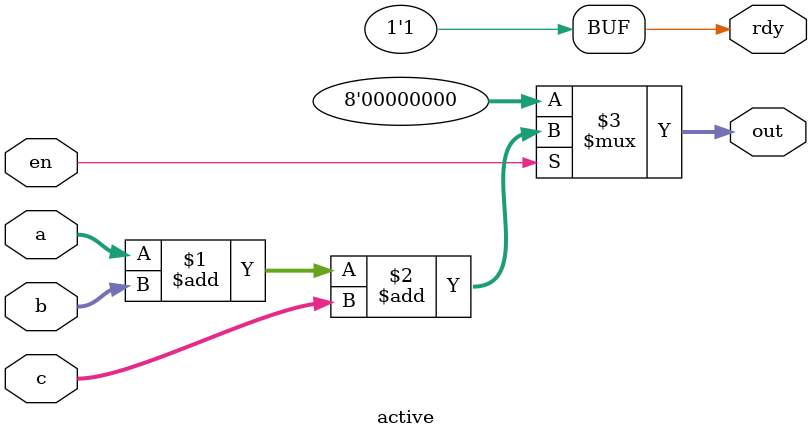
<source format=sv>
module active(a,b,c,out,rdy,en);
input[7:0] a,b,c;
output [7:0] out;
output rdy;
input en;

assign out= (en) ? a+b+c:8'b0;
assign rdy=1'b1;
// will improve;
endmodule
</source>
